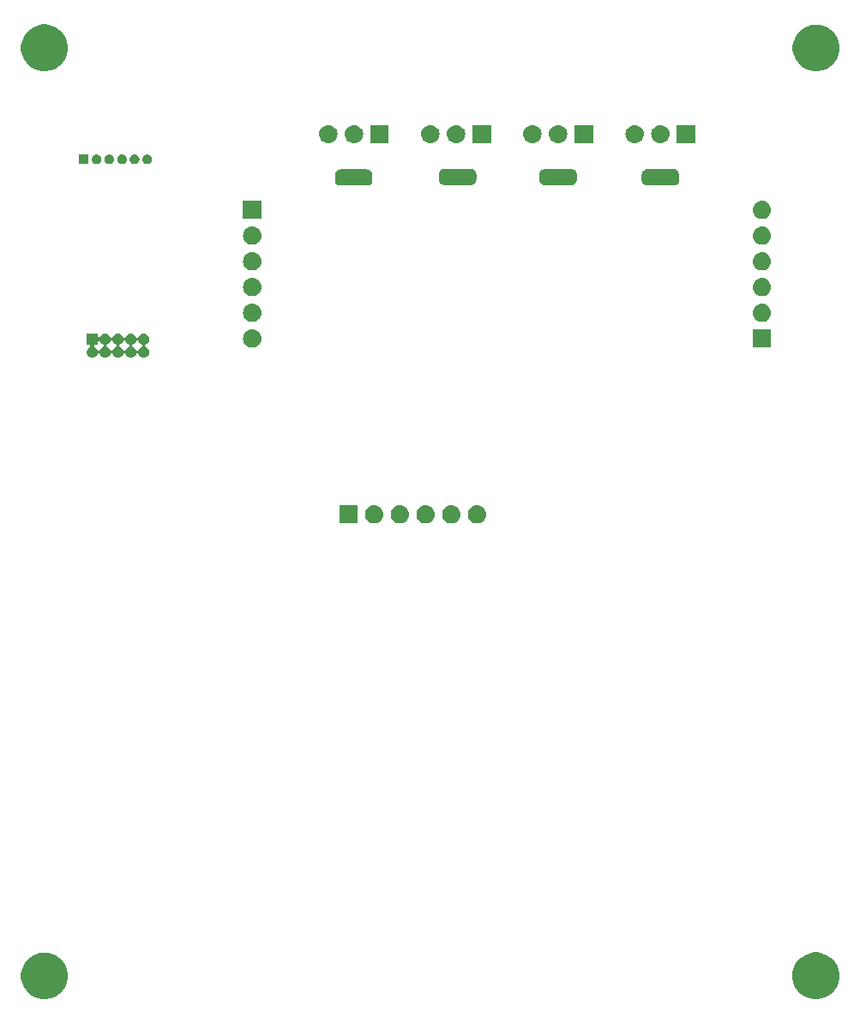
<source format=gbr>
G04 #@! TF.GenerationSoftware,KiCad,Pcbnew,(5.1.2)-2*
G04 #@! TF.CreationDate,2021-09-09T11:32:28-03:00*
G04 #@! TF.ProjectId,MAG_Plus,4d41475f-506c-4757-932e-6b696361645f,rev?*
G04 #@! TF.SameCoordinates,Original*
G04 #@! TF.FileFunction,Soldermask,Top*
G04 #@! TF.FilePolarity,Negative*
%FSLAX46Y46*%
G04 Gerber Fmt 4.6, Leading zero omitted, Abs format (unit mm)*
G04 Created by KiCad (PCBNEW (5.1.2)-2) date 2021-09-09 11:32:28*
%MOMM*%
%LPD*%
G04 APERTURE LIST*
%ADD10C,0.100000*%
G04 APERTURE END LIST*
D10*
G36*
X39648903Y-233573213D02*
G01*
X39871177Y-233617426D01*
X40289932Y-233790880D01*
X40666802Y-234042696D01*
X40987304Y-234363198D01*
X41239120Y-234740068D01*
X41412574Y-235158823D01*
X41501000Y-235603371D01*
X41501000Y-236056629D01*
X41412574Y-236501177D01*
X41239120Y-236919932D01*
X40987304Y-237296802D01*
X40666802Y-237617304D01*
X40289932Y-237869120D01*
X39871177Y-238042574D01*
X39648903Y-238086787D01*
X39426630Y-238131000D01*
X38973370Y-238131000D01*
X38751097Y-238086787D01*
X38528823Y-238042574D01*
X38110068Y-237869120D01*
X37733198Y-237617304D01*
X37412696Y-237296802D01*
X37160880Y-236919932D01*
X36987426Y-236501177D01*
X36899000Y-236056629D01*
X36899000Y-235603371D01*
X36987426Y-235158823D01*
X37160880Y-234740068D01*
X37412696Y-234363198D01*
X37733198Y-234042696D01*
X38110068Y-233790880D01*
X38528823Y-233617426D01*
X38751097Y-233573213D01*
X38973370Y-233529000D01*
X39426630Y-233529000D01*
X39648903Y-233573213D01*
X39648903Y-233573213D01*
G37*
G36*
X115838903Y-233563213D02*
G01*
X116061177Y-233607426D01*
X116479932Y-233780880D01*
X116856802Y-234032696D01*
X117177304Y-234353198D01*
X117429120Y-234730068D01*
X117602574Y-235148823D01*
X117691000Y-235593371D01*
X117691000Y-236046629D01*
X117602574Y-236491177D01*
X117429120Y-236909932D01*
X117177304Y-237286802D01*
X116856802Y-237607304D01*
X116479932Y-237859120D01*
X116061177Y-238032574D01*
X115838903Y-238076787D01*
X115616630Y-238121000D01*
X115163370Y-238121000D01*
X114941097Y-238076787D01*
X114718823Y-238032574D01*
X114300068Y-237859120D01*
X113923198Y-237607304D01*
X113602696Y-237286802D01*
X113350880Y-236909932D01*
X113177426Y-236491177D01*
X113089000Y-236046629D01*
X113089000Y-235593371D01*
X113177426Y-235148823D01*
X113350880Y-234730068D01*
X113602696Y-234353198D01*
X113923198Y-234032696D01*
X114300068Y-233780880D01*
X114718823Y-233607426D01*
X114941097Y-233563213D01*
X115163370Y-233519000D01*
X115616630Y-233519000D01*
X115838903Y-233563213D01*
X115838903Y-233563213D01*
G37*
G36*
X79500442Y-189375518D02*
G01*
X79566627Y-189382037D01*
X79736466Y-189433557D01*
X79892991Y-189517222D01*
X79928729Y-189546552D01*
X80030186Y-189629814D01*
X80113448Y-189731271D01*
X80142778Y-189767009D01*
X80226443Y-189923534D01*
X80277963Y-190093373D01*
X80295359Y-190270000D01*
X80277963Y-190446627D01*
X80226443Y-190616466D01*
X80142778Y-190772991D01*
X80113448Y-190808729D01*
X80030186Y-190910186D01*
X79928729Y-190993448D01*
X79892991Y-191022778D01*
X79736466Y-191106443D01*
X79566627Y-191157963D01*
X79500442Y-191164482D01*
X79434260Y-191171000D01*
X79345740Y-191171000D01*
X79279558Y-191164482D01*
X79213373Y-191157963D01*
X79043534Y-191106443D01*
X78887009Y-191022778D01*
X78851271Y-190993448D01*
X78749814Y-190910186D01*
X78666552Y-190808729D01*
X78637222Y-190772991D01*
X78553557Y-190616466D01*
X78502037Y-190446627D01*
X78484641Y-190270000D01*
X78502037Y-190093373D01*
X78553557Y-189923534D01*
X78637222Y-189767009D01*
X78666552Y-189731271D01*
X78749814Y-189629814D01*
X78851271Y-189546552D01*
X78887009Y-189517222D01*
X79043534Y-189433557D01*
X79213373Y-189382037D01*
X79279558Y-189375518D01*
X79345740Y-189369000D01*
X79434260Y-189369000D01*
X79500442Y-189375518D01*
X79500442Y-189375518D01*
G37*
G36*
X76960442Y-189375518D02*
G01*
X77026627Y-189382037D01*
X77196466Y-189433557D01*
X77352991Y-189517222D01*
X77388729Y-189546552D01*
X77490186Y-189629814D01*
X77573448Y-189731271D01*
X77602778Y-189767009D01*
X77686443Y-189923534D01*
X77737963Y-190093373D01*
X77755359Y-190270000D01*
X77737963Y-190446627D01*
X77686443Y-190616466D01*
X77602778Y-190772991D01*
X77573448Y-190808729D01*
X77490186Y-190910186D01*
X77388729Y-190993448D01*
X77352991Y-191022778D01*
X77196466Y-191106443D01*
X77026627Y-191157963D01*
X76960442Y-191164482D01*
X76894260Y-191171000D01*
X76805740Y-191171000D01*
X76739558Y-191164482D01*
X76673373Y-191157963D01*
X76503534Y-191106443D01*
X76347009Y-191022778D01*
X76311271Y-190993448D01*
X76209814Y-190910186D01*
X76126552Y-190808729D01*
X76097222Y-190772991D01*
X76013557Y-190616466D01*
X75962037Y-190446627D01*
X75944641Y-190270000D01*
X75962037Y-190093373D01*
X76013557Y-189923534D01*
X76097222Y-189767009D01*
X76126552Y-189731271D01*
X76209814Y-189629814D01*
X76311271Y-189546552D01*
X76347009Y-189517222D01*
X76503534Y-189433557D01*
X76673373Y-189382037D01*
X76739558Y-189375518D01*
X76805740Y-189369000D01*
X76894260Y-189369000D01*
X76960442Y-189375518D01*
X76960442Y-189375518D01*
G37*
G36*
X70131000Y-191171000D02*
G01*
X68329000Y-191171000D01*
X68329000Y-189369000D01*
X70131000Y-189369000D01*
X70131000Y-191171000D01*
X70131000Y-191171000D01*
G37*
G36*
X71880442Y-189375518D02*
G01*
X71946627Y-189382037D01*
X72116466Y-189433557D01*
X72272991Y-189517222D01*
X72308729Y-189546552D01*
X72410186Y-189629814D01*
X72493448Y-189731271D01*
X72522778Y-189767009D01*
X72606443Y-189923534D01*
X72657963Y-190093373D01*
X72675359Y-190270000D01*
X72657963Y-190446627D01*
X72606443Y-190616466D01*
X72522778Y-190772991D01*
X72493448Y-190808729D01*
X72410186Y-190910186D01*
X72308729Y-190993448D01*
X72272991Y-191022778D01*
X72116466Y-191106443D01*
X71946627Y-191157963D01*
X71880442Y-191164482D01*
X71814260Y-191171000D01*
X71725740Y-191171000D01*
X71659558Y-191164482D01*
X71593373Y-191157963D01*
X71423534Y-191106443D01*
X71267009Y-191022778D01*
X71231271Y-190993448D01*
X71129814Y-190910186D01*
X71046552Y-190808729D01*
X71017222Y-190772991D01*
X70933557Y-190616466D01*
X70882037Y-190446627D01*
X70864641Y-190270000D01*
X70882037Y-190093373D01*
X70933557Y-189923534D01*
X71017222Y-189767009D01*
X71046552Y-189731271D01*
X71129814Y-189629814D01*
X71231271Y-189546552D01*
X71267009Y-189517222D01*
X71423534Y-189433557D01*
X71593373Y-189382037D01*
X71659558Y-189375518D01*
X71725740Y-189369000D01*
X71814260Y-189369000D01*
X71880442Y-189375518D01*
X71880442Y-189375518D01*
G37*
G36*
X74420442Y-189375518D02*
G01*
X74486627Y-189382037D01*
X74656466Y-189433557D01*
X74812991Y-189517222D01*
X74848729Y-189546552D01*
X74950186Y-189629814D01*
X75033448Y-189731271D01*
X75062778Y-189767009D01*
X75146443Y-189923534D01*
X75197963Y-190093373D01*
X75215359Y-190270000D01*
X75197963Y-190446627D01*
X75146443Y-190616466D01*
X75062778Y-190772991D01*
X75033448Y-190808729D01*
X74950186Y-190910186D01*
X74848729Y-190993448D01*
X74812991Y-191022778D01*
X74656466Y-191106443D01*
X74486627Y-191157963D01*
X74420442Y-191164482D01*
X74354260Y-191171000D01*
X74265740Y-191171000D01*
X74199558Y-191164482D01*
X74133373Y-191157963D01*
X73963534Y-191106443D01*
X73807009Y-191022778D01*
X73771271Y-190993448D01*
X73669814Y-190910186D01*
X73586552Y-190808729D01*
X73557222Y-190772991D01*
X73473557Y-190616466D01*
X73422037Y-190446627D01*
X73404641Y-190270000D01*
X73422037Y-190093373D01*
X73473557Y-189923534D01*
X73557222Y-189767009D01*
X73586552Y-189731271D01*
X73669814Y-189629814D01*
X73771271Y-189546552D01*
X73807009Y-189517222D01*
X73963534Y-189433557D01*
X74133373Y-189382037D01*
X74199558Y-189375518D01*
X74265740Y-189369000D01*
X74354260Y-189369000D01*
X74420442Y-189375518D01*
X74420442Y-189375518D01*
G37*
G36*
X82040442Y-189375518D02*
G01*
X82106627Y-189382037D01*
X82276466Y-189433557D01*
X82432991Y-189517222D01*
X82468729Y-189546552D01*
X82570186Y-189629814D01*
X82653448Y-189731271D01*
X82682778Y-189767009D01*
X82766443Y-189923534D01*
X82817963Y-190093373D01*
X82835359Y-190270000D01*
X82817963Y-190446627D01*
X82766443Y-190616466D01*
X82682778Y-190772991D01*
X82653448Y-190808729D01*
X82570186Y-190910186D01*
X82468729Y-190993448D01*
X82432991Y-191022778D01*
X82276466Y-191106443D01*
X82106627Y-191157963D01*
X82040442Y-191164482D01*
X81974260Y-191171000D01*
X81885740Y-191171000D01*
X81819558Y-191164482D01*
X81753373Y-191157963D01*
X81583534Y-191106443D01*
X81427009Y-191022778D01*
X81391271Y-190993448D01*
X81289814Y-190910186D01*
X81206552Y-190808729D01*
X81177222Y-190772991D01*
X81093557Y-190616466D01*
X81042037Y-190446627D01*
X81024641Y-190270000D01*
X81042037Y-190093373D01*
X81093557Y-189923534D01*
X81177222Y-189767009D01*
X81206552Y-189731271D01*
X81289814Y-189629814D01*
X81391271Y-189546552D01*
X81427009Y-189517222D01*
X81583534Y-189433557D01*
X81753373Y-189382037D01*
X81819558Y-189375518D01*
X81885740Y-189369000D01*
X81974260Y-189369000D01*
X82040442Y-189375518D01*
X82040442Y-189375518D01*
G37*
G36*
X44491000Y-172657265D02*
G01*
X44493402Y-172681651D01*
X44500515Y-172705100D01*
X44512066Y-172726711D01*
X44527611Y-172745653D01*
X44546553Y-172761198D01*
X44568164Y-172772749D01*
X44591613Y-172779862D01*
X44615999Y-172782264D01*
X44640385Y-172779862D01*
X44663834Y-172772749D01*
X44685445Y-172761198D01*
X44704387Y-172745653D01*
X44719932Y-172726711D01*
X44726233Y-172716198D01*
X44749644Y-172672400D01*
X44818499Y-172588499D01*
X44836734Y-172573534D01*
X44902400Y-172519643D01*
X44970945Y-172483005D01*
X44998121Y-172468479D01*
X45101985Y-172436973D01*
X45182933Y-172429000D01*
X45237067Y-172429000D01*
X45318015Y-172436973D01*
X45421879Y-172468479D01*
X45449055Y-172483005D01*
X45517600Y-172519643D01*
X45601501Y-172588499D01*
X45670357Y-172672400D01*
X45706995Y-172740945D01*
X45721521Y-172768121D01*
X45725388Y-172780869D01*
X45734760Y-172803496D01*
X45748374Y-172823870D01*
X45765701Y-172841197D01*
X45786075Y-172854811D01*
X45808714Y-172864188D01*
X45832747Y-172868969D01*
X45857251Y-172868969D01*
X45881285Y-172864189D01*
X45903924Y-172854812D01*
X45924298Y-172841198D01*
X45941625Y-172823871D01*
X45955239Y-172803497D01*
X45964612Y-172780869D01*
X45968479Y-172768121D01*
X45983005Y-172740945D01*
X46019643Y-172672400D01*
X46088499Y-172588499D01*
X46172400Y-172519643D01*
X46240945Y-172483005D01*
X46268121Y-172468479D01*
X46371985Y-172436973D01*
X46452933Y-172429000D01*
X46507067Y-172429000D01*
X46588015Y-172436973D01*
X46691879Y-172468479D01*
X46719055Y-172483005D01*
X46787600Y-172519643D01*
X46871501Y-172588499D01*
X46940357Y-172672400D01*
X46976995Y-172740945D01*
X46991521Y-172768121D01*
X46995388Y-172780869D01*
X47004760Y-172803496D01*
X47018374Y-172823870D01*
X47035701Y-172841197D01*
X47056075Y-172854811D01*
X47078714Y-172864188D01*
X47102747Y-172868969D01*
X47127251Y-172868969D01*
X47151285Y-172864189D01*
X47173924Y-172854812D01*
X47194298Y-172841198D01*
X47211625Y-172823871D01*
X47225239Y-172803497D01*
X47234612Y-172780869D01*
X47238479Y-172768121D01*
X47253005Y-172740945D01*
X47289643Y-172672400D01*
X47358499Y-172588499D01*
X47442400Y-172519643D01*
X47510945Y-172483005D01*
X47538121Y-172468479D01*
X47641985Y-172436973D01*
X47722933Y-172429000D01*
X47777067Y-172429000D01*
X47858015Y-172436973D01*
X47961879Y-172468479D01*
X47989055Y-172483005D01*
X48057600Y-172519643D01*
X48141501Y-172588499D01*
X48210357Y-172672400D01*
X48246995Y-172740945D01*
X48261521Y-172768121D01*
X48265388Y-172780869D01*
X48274760Y-172803496D01*
X48288374Y-172823870D01*
X48305701Y-172841197D01*
X48326075Y-172854811D01*
X48348714Y-172864188D01*
X48372747Y-172868969D01*
X48397251Y-172868969D01*
X48421285Y-172864189D01*
X48443924Y-172854812D01*
X48464298Y-172841198D01*
X48481625Y-172823871D01*
X48495239Y-172803497D01*
X48504612Y-172780869D01*
X48508479Y-172768121D01*
X48523005Y-172740945D01*
X48559643Y-172672400D01*
X48628499Y-172588499D01*
X48712400Y-172519643D01*
X48780945Y-172483005D01*
X48808121Y-172468479D01*
X48911985Y-172436973D01*
X48992933Y-172429000D01*
X49047067Y-172429000D01*
X49128015Y-172436973D01*
X49231879Y-172468479D01*
X49259055Y-172483005D01*
X49327600Y-172519643D01*
X49411501Y-172588499D01*
X49480357Y-172672400D01*
X49516995Y-172740945D01*
X49531521Y-172768121D01*
X49563027Y-172871985D01*
X49573666Y-172980000D01*
X49563027Y-173088015D01*
X49531521Y-173191879D01*
X49531191Y-173192496D01*
X49480357Y-173287600D01*
X49411501Y-173371501D01*
X49327600Y-173440357D01*
X49259055Y-173476995D01*
X49231879Y-173491521D01*
X49219131Y-173495388D01*
X49196504Y-173504760D01*
X49176130Y-173518374D01*
X49158803Y-173535701D01*
X49145189Y-173556075D01*
X49135812Y-173578714D01*
X49131031Y-173602747D01*
X49131031Y-173627251D01*
X49135811Y-173651285D01*
X49145188Y-173673924D01*
X49158802Y-173694298D01*
X49176129Y-173711625D01*
X49196503Y-173725239D01*
X49219131Y-173734612D01*
X49231879Y-173738479D01*
X49258344Y-173752625D01*
X49327600Y-173789643D01*
X49411501Y-173858499D01*
X49480357Y-173942400D01*
X49516995Y-174010945D01*
X49531521Y-174038121D01*
X49563027Y-174141985D01*
X49573666Y-174250000D01*
X49563027Y-174358015D01*
X49531521Y-174461879D01*
X49531519Y-174461882D01*
X49480357Y-174557600D01*
X49411501Y-174641501D01*
X49327600Y-174710357D01*
X49259055Y-174746995D01*
X49231879Y-174761521D01*
X49128015Y-174793027D01*
X49047067Y-174801000D01*
X48992933Y-174801000D01*
X48911985Y-174793027D01*
X48808121Y-174761521D01*
X48780945Y-174746995D01*
X48712400Y-174710357D01*
X48628499Y-174641501D01*
X48559643Y-174557600D01*
X48508481Y-174461882D01*
X48508479Y-174461879D01*
X48504612Y-174449131D01*
X48495240Y-174426504D01*
X48481626Y-174406130D01*
X48464299Y-174388803D01*
X48443925Y-174375189D01*
X48421286Y-174365812D01*
X48397253Y-174361031D01*
X48372749Y-174361031D01*
X48348715Y-174365811D01*
X48326076Y-174375188D01*
X48305702Y-174388802D01*
X48288375Y-174406129D01*
X48274761Y-174426503D01*
X48265388Y-174449131D01*
X48261521Y-174461879D01*
X48261519Y-174461882D01*
X48210357Y-174557600D01*
X48141501Y-174641501D01*
X48057600Y-174710357D01*
X47989055Y-174746995D01*
X47961879Y-174761521D01*
X47858015Y-174793027D01*
X47777067Y-174801000D01*
X47722933Y-174801000D01*
X47641985Y-174793027D01*
X47538121Y-174761521D01*
X47510945Y-174746995D01*
X47442400Y-174710357D01*
X47358499Y-174641501D01*
X47289643Y-174557600D01*
X47238481Y-174461882D01*
X47238479Y-174461879D01*
X47234612Y-174449131D01*
X47225240Y-174426504D01*
X47211626Y-174406130D01*
X47194299Y-174388803D01*
X47173925Y-174375189D01*
X47151286Y-174365812D01*
X47127253Y-174361031D01*
X47102749Y-174361031D01*
X47078715Y-174365811D01*
X47056076Y-174375188D01*
X47035702Y-174388802D01*
X47018375Y-174406129D01*
X47004761Y-174426503D01*
X46995388Y-174449131D01*
X46991521Y-174461879D01*
X46991519Y-174461882D01*
X46940357Y-174557600D01*
X46871501Y-174641501D01*
X46787600Y-174710357D01*
X46719055Y-174746995D01*
X46691879Y-174761521D01*
X46588015Y-174793027D01*
X46507067Y-174801000D01*
X46452933Y-174801000D01*
X46371985Y-174793027D01*
X46268121Y-174761521D01*
X46240945Y-174746995D01*
X46172400Y-174710357D01*
X46088499Y-174641501D01*
X46019643Y-174557600D01*
X45968481Y-174461882D01*
X45968479Y-174461879D01*
X45964612Y-174449131D01*
X45955240Y-174426504D01*
X45941626Y-174406130D01*
X45924299Y-174388803D01*
X45903925Y-174375189D01*
X45881286Y-174365812D01*
X45857253Y-174361031D01*
X45832749Y-174361031D01*
X45808715Y-174365811D01*
X45786076Y-174375188D01*
X45765702Y-174388802D01*
X45748375Y-174406129D01*
X45734761Y-174426503D01*
X45725388Y-174449131D01*
X45721521Y-174461879D01*
X45721519Y-174461882D01*
X45670357Y-174557600D01*
X45601501Y-174641501D01*
X45517600Y-174710357D01*
X45449055Y-174746995D01*
X45421879Y-174761521D01*
X45318015Y-174793027D01*
X45237067Y-174801000D01*
X45182933Y-174801000D01*
X45101985Y-174793027D01*
X44998121Y-174761521D01*
X44970945Y-174746995D01*
X44902400Y-174710357D01*
X44818499Y-174641501D01*
X44749643Y-174557600D01*
X44698481Y-174461882D01*
X44698479Y-174461879D01*
X44694612Y-174449131D01*
X44685240Y-174426504D01*
X44671626Y-174406130D01*
X44654299Y-174388803D01*
X44633925Y-174375189D01*
X44611286Y-174365812D01*
X44587253Y-174361031D01*
X44562749Y-174361031D01*
X44538715Y-174365811D01*
X44516076Y-174375188D01*
X44495702Y-174388802D01*
X44478375Y-174406129D01*
X44464761Y-174426503D01*
X44455388Y-174449131D01*
X44451521Y-174461879D01*
X44451519Y-174461882D01*
X44400357Y-174557600D01*
X44331501Y-174641501D01*
X44247600Y-174710357D01*
X44179055Y-174746995D01*
X44151879Y-174761521D01*
X44048015Y-174793027D01*
X43967067Y-174801000D01*
X43912933Y-174801000D01*
X43831985Y-174793027D01*
X43728121Y-174761521D01*
X43700945Y-174746995D01*
X43632400Y-174710357D01*
X43548499Y-174641501D01*
X43479643Y-174557600D01*
X43428481Y-174461882D01*
X43428479Y-174461879D01*
X43396973Y-174358015D01*
X43386334Y-174250000D01*
X43396973Y-174141985D01*
X43428479Y-174038121D01*
X43443005Y-174010945D01*
X43479643Y-173942400D01*
X43548499Y-173858499D01*
X43632399Y-173789645D01*
X43632398Y-173789645D01*
X43632400Y-173789644D01*
X43676193Y-173766236D01*
X43696563Y-173752625D01*
X43713890Y-173735298D01*
X43727504Y-173714924D01*
X43736881Y-173692285D01*
X43741662Y-173668252D01*
X43741662Y-173655999D01*
X44137736Y-173655999D01*
X44140138Y-173680385D01*
X44147251Y-173703834D01*
X44158802Y-173725445D01*
X44174347Y-173744387D01*
X44193289Y-173759932D01*
X44203802Y-173766233D01*
X44247600Y-173789644D01*
X44247602Y-173789645D01*
X44247601Y-173789645D01*
X44331501Y-173858499D01*
X44400357Y-173942400D01*
X44436995Y-174010945D01*
X44451521Y-174038121D01*
X44455388Y-174050869D01*
X44464760Y-174073496D01*
X44478374Y-174093870D01*
X44495701Y-174111197D01*
X44516075Y-174124811D01*
X44538714Y-174134188D01*
X44562747Y-174138969D01*
X44587251Y-174138969D01*
X44611285Y-174134189D01*
X44633924Y-174124812D01*
X44654298Y-174111198D01*
X44671625Y-174093871D01*
X44685239Y-174073497D01*
X44694612Y-174050869D01*
X44698479Y-174038121D01*
X44713005Y-174010945D01*
X44749643Y-173942400D01*
X44818499Y-173858499D01*
X44902400Y-173789643D01*
X44971656Y-173752625D01*
X44998121Y-173738479D01*
X45010869Y-173734612D01*
X45033496Y-173725240D01*
X45053870Y-173711626D01*
X45071197Y-173694299D01*
X45084811Y-173673925D01*
X45094188Y-173651286D01*
X45098969Y-173627253D01*
X45098969Y-173602749D01*
X45098969Y-173602747D01*
X45321031Y-173602747D01*
X45321031Y-173627251D01*
X45325811Y-173651285D01*
X45335188Y-173673924D01*
X45348802Y-173694298D01*
X45366129Y-173711625D01*
X45386503Y-173725239D01*
X45409131Y-173734612D01*
X45421879Y-173738479D01*
X45448344Y-173752625D01*
X45517600Y-173789643D01*
X45601501Y-173858499D01*
X45670357Y-173942400D01*
X45706995Y-174010945D01*
X45721521Y-174038121D01*
X45725388Y-174050869D01*
X45734760Y-174073496D01*
X45748374Y-174093870D01*
X45765701Y-174111197D01*
X45786075Y-174124811D01*
X45808714Y-174134188D01*
X45832747Y-174138969D01*
X45857251Y-174138969D01*
X45881285Y-174134189D01*
X45903924Y-174124812D01*
X45924298Y-174111198D01*
X45941625Y-174093871D01*
X45955239Y-174073497D01*
X45964612Y-174050869D01*
X45968479Y-174038121D01*
X45983005Y-174010945D01*
X46019643Y-173942400D01*
X46088499Y-173858499D01*
X46172400Y-173789643D01*
X46241656Y-173752625D01*
X46268121Y-173738479D01*
X46280869Y-173734612D01*
X46303496Y-173725240D01*
X46323870Y-173711626D01*
X46341197Y-173694299D01*
X46354811Y-173673925D01*
X46364188Y-173651286D01*
X46368969Y-173627253D01*
X46368969Y-173602749D01*
X46368969Y-173602747D01*
X46591031Y-173602747D01*
X46591031Y-173627251D01*
X46595811Y-173651285D01*
X46605188Y-173673924D01*
X46618802Y-173694298D01*
X46636129Y-173711625D01*
X46656503Y-173725239D01*
X46679131Y-173734612D01*
X46691879Y-173738479D01*
X46718344Y-173752625D01*
X46787600Y-173789643D01*
X46871501Y-173858499D01*
X46940357Y-173942400D01*
X46976995Y-174010945D01*
X46991521Y-174038121D01*
X46995388Y-174050869D01*
X47004760Y-174073496D01*
X47018374Y-174093870D01*
X47035701Y-174111197D01*
X47056075Y-174124811D01*
X47078714Y-174134188D01*
X47102747Y-174138969D01*
X47127251Y-174138969D01*
X47151285Y-174134189D01*
X47173924Y-174124812D01*
X47194298Y-174111198D01*
X47211625Y-174093871D01*
X47225239Y-174073497D01*
X47234612Y-174050869D01*
X47238479Y-174038121D01*
X47253005Y-174010945D01*
X47289643Y-173942400D01*
X47358499Y-173858499D01*
X47442400Y-173789643D01*
X47511656Y-173752625D01*
X47538121Y-173738479D01*
X47550869Y-173734612D01*
X47573496Y-173725240D01*
X47593870Y-173711626D01*
X47611197Y-173694299D01*
X47624811Y-173673925D01*
X47634188Y-173651286D01*
X47638969Y-173627253D01*
X47638969Y-173602749D01*
X47638969Y-173602747D01*
X47861031Y-173602747D01*
X47861031Y-173627251D01*
X47865811Y-173651285D01*
X47875188Y-173673924D01*
X47888802Y-173694298D01*
X47906129Y-173711625D01*
X47926503Y-173725239D01*
X47949131Y-173734612D01*
X47961879Y-173738479D01*
X47988344Y-173752625D01*
X48057600Y-173789643D01*
X48141501Y-173858499D01*
X48210357Y-173942400D01*
X48246995Y-174010945D01*
X48261521Y-174038121D01*
X48265388Y-174050869D01*
X48274760Y-174073496D01*
X48288374Y-174093870D01*
X48305701Y-174111197D01*
X48326075Y-174124811D01*
X48348714Y-174134188D01*
X48372747Y-174138969D01*
X48397251Y-174138969D01*
X48421285Y-174134189D01*
X48443924Y-174124812D01*
X48464298Y-174111198D01*
X48481625Y-174093871D01*
X48495239Y-174073497D01*
X48504612Y-174050869D01*
X48508479Y-174038121D01*
X48523005Y-174010945D01*
X48559643Y-173942400D01*
X48628499Y-173858499D01*
X48712400Y-173789643D01*
X48781656Y-173752625D01*
X48808121Y-173738479D01*
X48820869Y-173734612D01*
X48843496Y-173725240D01*
X48863870Y-173711626D01*
X48881197Y-173694299D01*
X48894811Y-173673925D01*
X48904188Y-173651286D01*
X48908969Y-173627253D01*
X48908969Y-173602749D01*
X48904189Y-173578715D01*
X48894812Y-173556076D01*
X48881198Y-173535702D01*
X48863871Y-173518375D01*
X48843497Y-173504761D01*
X48820869Y-173495388D01*
X48808121Y-173491521D01*
X48780945Y-173476995D01*
X48712400Y-173440357D01*
X48628499Y-173371501D01*
X48559643Y-173287600D01*
X48508809Y-173192496D01*
X48508479Y-173191879D01*
X48504612Y-173179131D01*
X48495240Y-173156504D01*
X48481626Y-173136130D01*
X48464299Y-173118803D01*
X48443925Y-173105189D01*
X48421286Y-173095812D01*
X48397253Y-173091031D01*
X48372749Y-173091031D01*
X48348715Y-173095811D01*
X48326076Y-173105188D01*
X48305702Y-173118802D01*
X48288375Y-173136129D01*
X48274761Y-173156503D01*
X48265388Y-173179131D01*
X48261521Y-173191879D01*
X48261191Y-173192496D01*
X48210357Y-173287600D01*
X48141501Y-173371501D01*
X48057600Y-173440357D01*
X47989055Y-173476995D01*
X47961879Y-173491521D01*
X47949131Y-173495388D01*
X47926504Y-173504760D01*
X47906130Y-173518374D01*
X47888803Y-173535701D01*
X47875189Y-173556075D01*
X47865812Y-173578714D01*
X47861031Y-173602747D01*
X47638969Y-173602747D01*
X47634189Y-173578715D01*
X47624812Y-173556076D01*
X47611198Y-173535702D01*
X47593871Y-173518375D01*
X47573497Y-173504761D01*
X47550869Y-173495388D01*
X47538121Y-173491521D01*
X47510945Y-173476995D01*
X47442400Y-173440357D01*
X47358499Y-173371501D01*
X47289643Y-173287600D01*
X47238809Y-173192496D01*
X47238479Y-173191879D01*
X47234612Y-173179131D01*
X47225240Y-173156504D01*
X47211626Y-173136130D01*
X47194299Y-173118803D01*
X47173925Y-173105189D01*
X47151286Y-173095812D01*
X47127253Y-173091031D01*
X47102749Y-173091031D01*
X47078715Y-173095811D01*
X47056076Y-173105188D01*
X47035702Y-173118802D01*
X47018375Y-173136129D01*
X47004761Y-173156503D01*
X46995388Y-173179131D01*
X46991521Y-173191879D01*
X46991191Y-173192496D01*
X46940357Y-173287600D01*
X46871501Y-173371501D01*
X46787600Y-173440357D01*
X46719055Y-173476995D01*
X46691879Y-173491521D01*
X46679131Y-173495388D01*
X46656504Y-173504760D01*
X46636130Y-173518374D01*
X46618803Y-173535701D01*
X46605189Y-173556075D01*
X46595812Y-173578714D01*
X46591031Y-173602747D01*
X46368969Y-173602747D01*
X46364189Y-173578715D01*
X46354812Y-173556076D01*
X46341198Y-173535702D01*
X46323871Y-173518375D01*
X46303497Y-173504761D01*
X46280869Y-173495388D01*
X46268121Y-173491521D01*
X46240945Y-173476995D01*
X46172400Y-173440357D01*
X46088499Y-173371501D01*
X46019643Y-173287600D01*
X45968809Y-173192496D01*
X45968479Y-173191879D01*
X45964612Y-173179131D01*
X45955240Y-173156504D01*
X45941626Y-173136130D01*
X45924299Y-173118803D01*
X45903925Y-173105189D01*
X45881286Y-173095812D01*
X45857253Y-173091031D01*
X45832749Y-173091031D01*
X45808715Y-173095811D01*
X45786076Y-173105188D01*
X45765702Y-173118802D01*
X45748375Y-173136129D01*
X45734761Y-173156503D01*
X45725388Y-173179131D01*
X45721521Y-173191879D01*
X45721191Y-173192496D01*
X45670357Y-173287600D01*
X45601501Y-173371501D01*
X45517600Y-173440357D01*
X45449055Y-173476995D01*
X45421879Y-173491521D01*
X45409131Y-173495388D01*
X45386504Y-173504760D01*
X45366130Y-173518374D01*
X45348803Y-173535701D01*
X45335189Y-173556075D01*
X45325812Y-173578714D01*
X45321031Y-173602747D01*
X45098969Y-173602747D01*
X45094189Y-173578715D01*
X45084812Y-173556076D01*
X45071198Y-173535702D01*
X45053871Y-173518375D01*
X45033497Y-173504761D01*
X45010869Y-173495388D01*
X44998121Y-173491521D01*
X44970945Y-173476995D01*
X44902400Y-173440357D01*
X44818499Y-173371501D01*
X44749645Y-173287601D01*
X44749644Y-173287600D01*
X44726236Y-173243807D01*
X44712625Y-173223437D01*
X44695298Y-173206110D01*
X44674924Y-173192496D01*
X44652285Y-173183119D01*
X44628252Y-173178338D01*
X44603748Y-173178338D01*
X44579714Y-173183118D01*
X44557076Y-173192495D01*
X44536701Y-173206109D01*
X44519374Y-173223436D01*
X44505760Y-173243810D01*
X44496383Y-173266449D01*
X44491602Y-173290482D01*
X44491000Y-173302735D01*
X44491000Y-173531000D01*
X44262735Y-173531000D01*
X44238349Y-173533402D01*
X44214900Y-173540515D01*
X44193289Y-173552066D01*
X44174347Y-173567611D01*
X44158802Y-173586553D01*
X44147251Y-173608164D01*
X44140138Y-173631613D01*
X44137736Y-173655999D01*
X43741662Y-173655999D01*
X43741662Y-173643748D01*
X43736882Y-173619714D01*
X43727505Y-173597076D01*
X43713891Y-173576701D01*
X43696564Y-173559374D01*
X43676190Y-173545760D01*
X43653551Y-173536383D01*
X43629518Y-173531602D01*
X43617265Y-173531000D01*
X43389000Y-173531000D01*
X43389000Y-172429000D01*
X44491000Y-172429000D01*
X44491000Y-172657265D01*
X44491000Y-172657265D01*
G37*
G36*
X59830443Y-172025519D02*
G01*
X59896627Y-172032037D01*
X60066466Y-172083557D01*
X60222991Y-172167222D01*
X60258729Y-172196552D01*
X60360186Y-172279814D01*
X60443448Y-172381271D01*
X60472778Y-172417009D01*
X60556443Y-172573534D01*
X60607963Y-172743373D01*
X60625359Y-172920000D01*
X60607963Y-173096627D01*
X60556443Y-173266466D01*
X60472778Y-173422991D01*
X60458526Y-173440357D01*
X60360186Y-173560186D01*
X60258729Y-173643448D01*
X60222991Y-173672778D01*
X60066466Y-173756443D01*
X59896627Y-173807963D01*
X59830443Y-173814481D01*
X59764260Y-173821000D01*
X59675740Y-173821000D01*
X59609557Y-173814481D01*
X59543373Y-173807963D01*
X59373534Y-173756443D01*
X59217009Y-173672778D01*
X59181271Y-173643448D01*
X59079814Y-173560186D01*
X58981474Y-173440357D01*
X58967222Y-173422991D01*
X58883557Y-173266466D01*
X58832037Y-173096627D01*
X58814641Y-172920000D01*
X58832037Y-172743373D01*
X58883557Y-172573534D01*
X58967222Y-172417009D01*
X58996552Y-172381271D01*
X59079814Y-172279814D01*
X59181271Y-172196552D01*
X59217009Y-172167222D01*
X59373534Y-172083557D01*
X59543373Y-172032037D01*
X59609557Y-172025519D01*
X59675740Y-172019000D01*
X59764260Y-172019000D01*
X59830443Y-172025519D01*
X59830443Y-172025519D01*
G37*
G36*
X110961000Y-173811000D02*
G01*
X109159000Y-173811000D01*
X109159000Y-172009000D01*
X110961000Y-172009000D01*
X110961000Y-173811000D01*
X110961000Y-173811000D01*
G37*
G36*
X59830442Y-169485518D02*
G01*
X59896627Y-169492037D01*
X60066466Y-169543557D01*
X60222991Y-169627222D01*
X60258729Y-169656552D01*
X60360186Y-169739814D01*
X60443448Y-169841271D01*
X60472778Y-169877009D01*
X60556443Y-170033534D01*
X60607963Y-170203373D01*
X60625359Y-170380000D01*
X60607963Y-170556627D01*
X60556443Y-170726466D01*
X60472778Y-170882991D01*
X60443448Y-170918729D01*
X60360186Y-171020186D01*
X60258729Y-171103448D01*
X60222991Y-171132778D01*
X60222989Y-171132779D01*
X60085177Y-171206442D01*
X60066466Y-171216443D01*
X59896627Y-171267963D01*
X59830443Y-171274481D01*
X59764260Y-171281000D01*
X59675740Y-171281000D01*
X59609557Y-171274481D01*
X59543373Y-171267963D01*
X59373534Y-171216443D01*
X59354824Y-171206442D01*
X59217011Y-171132779D01*
X59217009Y-171132778D01*
X59181271Y-171103448D01*
X59079814Y-171020186D01*
X58996552Y-170918729D01*
X58967222Y-170882991D01*
X58883557Y-170726466D01*
X58832037Y-170556627D01*
X58814641Y-170380000D01*
X58832037Y-170203373D01*
X58883557Y-170033534D01*
X58967222Y-169877009D01*
X58996552Y-169841271D01*
X59079814Y-169739814D01*
X59181271Y-169656552D01*
X59217009Y-169627222D01*
X59373534Y-169543557D01*
X59543373Y-169492037D01*
X59609558Y-169485518D01*
X59675740Y-169479000D01*
X59764260Y-169479000D01*
X59830442Y-169485518D01*
X59830442Y-169485518D01*
G37*
G36*
X110170442Y-169475518D02*
G01*
X110236627Y-169482037D01*
X110406466Y-169533557D01*
X110406468Y-169533558D01*
X110484728Y-169575389D01*
X110562991Y-169617222D01*
X110598729Y-169646552D01*
X110700186Y-169729814D01*
X110783448Y-169831271D01*
X110812778Y-169867009D01*
X110896443Y-170023534D01*
X110947963Y-170193373D01*
X110965359Y-170370000D01*
X110947963Y-170546627D01*
X110896443Y-170716466D01*
X110812778Y-170872991D01*
X110804571Y-170882991D01*
X110700186Y-171010186D01*
X110598729Y-171093448D01*
X110562991Y-171122778D01*
X110406466Y-171206443D01*
X110236627Y-171257963D01*
X110170442Y-171264482D01*
X110104260Y-171271000D01*
X110015740Y-171271000D01*
X109949558Y-171264482D01*
X109883373Y-171257963D01*
X109713534Y-171206443D01*
X109557009Y-171122778D01*
X109521271Y-171093448D01*
X109419814Y-171010186D01*
X109315429Y-170882991D01*
X109307222Y-170872991D01*
X109223557Y-170716466D01*
X109172037Y-170546627D01*
X109154641Y-170370000D01*
X109172037Y-170193373D01*
X109223557Y-170023534D01*
X109307222Y-169867009D01*
X109336552Y-169831271D01*
X109419814Y-169729814D01*
X109521271Y-169646552D01*
X109557009Y-169617222D01*
X109635272Y-169575389D01*
X109713532Y-169533558D01*
X109713534Y-169533557D01*
X109883373Y-169482037D01*
X109949558Y-169475518D01*
X110015740Y-169469000D01*
X110104260Y-169469000D01*
X110170442Y-169475518D01*
X110170442Y-169475518D01*
G37*
G36*
X59830443Y-166945519D02*
G01*
X59896627Y-166952037D01*
X60066466Y-167003557D01*
X60222991Y-167087222D01*
X60258729Y-167116552D01*
X60360186Y-167199814D01*
X60443448Y-167301271D01*
X60472778Y-167337009D01*
X60556443Y-167493534D01*
X60607963Y-167663373D01*
X60625359Y-167840000D01*
X60607963Y-168016627D01*
X60556443Y-168186466D01*
X60472778Y-168342991D01*
X60443448Y-168378729D01*
X60360186Y-168480186D01*
X60258729Y-168563448D01*
X60222991Y-168592778D01*
X60222989Y-168592779D01*
X60085177Y-168666442D01*
X60066466Y-168676443D01*
X59896627Y-168727963D01*
X59830443Y-168734481D01*
X59764260Y-168741000D01*
X59675740Y-168741000D01*
X59609557Y-168734481D01*
X59543373Y-168727963D01*
X59373534Y-168676443D01*
X59354824Y-168666442D01*
X59217011Y-168592779D01*
X59217009Y-168592778D01*
X59181271Y-168563448D01*
X59079814Y-168480186D01*
X58996552Y-168378729D01*
X58967222Y-168342991D01*
X58883557Y-168186466D01*
X58832037Y-168016627D01*
X58814641Y-167840000D01*
X58832037Y-167663373D01*
X58883557Y-167493534D01*
X58967222Y-167337009D01*
X58996552Y-167301271D01*
X59079814Y-167199814D01*
X59181271Y-167116552D01*
X59217009Y-167087222D01*
X59373534Y-167003557D01*
X59543373Y-166952037D01*
X59609557Y-166945519D01*
X59675740Y-166939000D01*
X59764260Y-166939000D01*
X59830443Y-166945519D01*
X59830443Y-166945519D01*
G37*
G36*
X110170443Y-166935519D02*
G01*
X110236627Y-166942037D01*
X110406466Y-166993557D01*
X110406468Y-166993558D01*
X110484729Y-167035390D01*
X110562991Y-167077222D01*
X110598729Y-167106552D01*
X110700186Y-167189814D01*
X110783448Y-167291271D01*
X110812778Y-167327009D01*
X110896443Y-167483534D01*
X110947963Y-167653373D01*
X110965359Y-167830000D01*
X110947963Y-168006627D01*
X110896443Y-168176466D01*
X110812778Y-168332991D01*
X110804571Y-168342991D01*
X110700186Y-168470186D01*
X110598729Y-168553448D01*
X110562991Y-168582778D01*
X110406466Y-168666443D01*
X110236627Y-168717963D01*
X110170442Y-168724482D01*
X110104260Y-168731000D01*
X110015740Y-168731000D01*
X109949558Y-168724482D01*
X109883373Y-168717963D01*
X109713534Y-168666443D01*
X109557009Y-168582778D01*
X109521271Y-168553448D01*
X109419814Y-168470186D01*
X109315429Y-168342991D01*
X109307222Y-168332991D01*
X109223557Y-168176466D01*
X109172037Y-168006627D01*
X109154641Y-167830000D01*
X109172037Y-167653373D01*
X109223557Y-167483534D01*
X109307222Y-167327009D01*
X109336552Y-167291271D01*
X109419814Y-167189814D01*
X109521271Y-167106552D01*
X109557009Y-167077222D01*
X109635271Y-167035390D01*
X109713532Y-166993558D01*
X109713534Y-166993557D01*
X109883373Y-166942037D01*
X109949557Y-166935519D01*
X110015740Y-166929000D01*
X110104260Y-166929000D01*
X110170443Y-166935519D01*
X110170443Y-166935519D01*
G37*
G36*
X59830442Y-164405518D02*
G01*
X59896627Y-164412037D01*
X60066466Y-164463557D01*
X60222991Y-164547222D01*
X60258729Y-164576552D01*
X60360186Y-164659814D01*
X60443448Y-164761271D01*
X60472778Y-164797009D01*
X60556443Y-164953534D01*
X60607963Y-165123373D01*
X60625359Y-165300000D01*
X60607963Y-165476627D01*
X60556443Y-165646466D01*
X60472778Y-165802991D01*
X60443448Y-165838729D01*
X60360186Y-165940186D01*
X60258729Y-166023448D01*
X60222991Y-166052778D01*
X60222989Y-166052779D01*
X60085177Y-166126442D01*
X60066466Y-166136443D01*
X59896627Y-166187963D01*
X59830442Y-166194482D01*
X59764260Y-166201000D01*
X59675740Y-166201000D01*
X59609558Y-166194482D01*
X59543373Y-166187963D01*
X59373534Y-166136443D01*
X59354824Y-166126442D01*
X59217011Y-166052779D01*
X59217009Y-166052778D01*
X59181271Y-166023448D01*
X59079814Y-165940186D01*
X58996552Y-165838729D01*
X58967222Y-165802991D01*
X58883557Y-165646466D01*
X58832037Y-165476627D01*
X58814641Y-165300000D01*
X58832037Y-165123373D01*
X58883557Y-164953534D01*
X58967222Y-164797009D01*
X58996552Y-164761271D01*
X59079814Y-164659814D01*
X59181271Y-164576552D01*
X59217009Y-164547222D01*
X59373534Y-164463557D01*
X59543373Y-164412037D01*
X59609558Y-164405518D01*
X59675740Y-164399000D01*
X59764260Y-164399000D01*
X59830442Y-164405518D01*
X59830442Y-164405518D01*
G37*
G36*
X110170443Y-164395519D02*
G01*
X110236627Y-164402037D01*
X110406466Y-164453557D01*
X110406468Y-164453558D01*
X110484728Y-164495389D01*
X110562991Y-164537222D01*
X110598729Y-164566552D01*
X110700186Y-164649814D01*
X110783448Y-164751271D01*
X110812778Y-164787009D01*
X110896443Y-164943534D01*
X110947963Y-165113373D01*
X110965359Y-165290000D01*
X110947963Y-165466627D01*
X110896443Y-165636466D01*
X110812778Y-165792991D01*
X110804571Y-165802991D01*
X110700186Y-165930186D01*
X110598729Y-166013448D01*
X110562991Y-166042778D01*
X110406466Y-166126443D01*
X110236627Y-166177963D01*
X110170443Y-166184481D01*
X110104260Y-166191000D01*
X110015740Y-166191000D01*
X109949557Y-166184481D01*
X109883373Y-166177963D01*
X109713534Y-166126443D01*
X109557009Y-166042778D01*
X109521271Y-166013448D01*
X109419814Y-165930186D01*
X109315429Y-165802991D01*
X109307222Y-165792991D01*
X109223557Y-165636466D01*
X109172037Y-165466627D01*
X109154641Y-165290000D01*
X109172037Y-165113373D01*
X109223557Y-164943534D01*
X109307222Y-164787009D01*
X109336552Y-164751271D01*
X109419814Y-164649814D01*
X109521271Y-164566552D01*
X109557009Y-164537222D01*
X109635272Y-164495389D01*
X109713532Y-164453558D01*
X109713534Y-164453557D01*
X109883373Y-164402037D01*
X109949557Y-164395519D01*
X110015740Y-164389000D01*
X110104260Y-164389000D01*
X110170443Y-164395519D01*
X110170443Y-164395519D01*
G37*
G36*
X59830442Y-161865518D02*
G01*
X59896627Y-161872037D01*
X60066466Y-161923557D01*
X60222991Y-162007222D01*
X60258729Y-162036552D01*
X60360186Y-162119814D01*
X60443448Y-162221271D01*
X60472778Y-162257009D01*
X60556443Y-162413534D01*
X60607963Y-162583373D01*
X60625359Y-162760000D01*
X60607963Y-162936627D01*
X60556443Y-163106466D01*
X60472778Y-163262991D01*
X60443448Y-163298729D01*
X60360186Y-163400186D01*
X60258729Y-163483448D01*
X60222991Y-163512778D01*
X60222989Y-163512779D01*
X60085177Y-163586442D01*
X60066466Y-163596443D01*
X59896627Y-163647963D01*
X59830442Y-163654482D01*
X59764260Y-163661000D01*
X59675740Y-163661000D01*
X59609558Y-163654482D01*
X59543373Y-163647963D01*
X59373534Y-163596443D01*
X59354824Y-163586442D01*
X59217011Y-163512779D01*
X59217009Y-163512778D01*
X59181271Y-163483448D01*
X59079814Y-163400186D01*
X58996552Y-163298729D01*
X58967222Y-163262991D01*
X58883557Y-163106466D01*
X58832037Y-162936627D01*
X58814641Y-162760000D01*
X58832037Y-162583373D01*
X58883557Y-162413534D01*
X58967222Y-162257009D01*
X58996552Y-162221271D01*
X59079814Y-162119814D01*
X59181271Y-162036552D01*
X59217009Y-162007222D01*
X59373534Y-161923557D01*
X59543373Y-161872037D01*
X59609558Y-161865518D01*
X59675740Y-161859000D01*
X59764260Y-161859000D01*
X59830442Y-161865518D01*
X59830442Y-161865518D01*
G37*
G36*
X110170443Y-161855519D02*
G01*
X110236627Y-161862037D01*
X110406466Y-161913557D01*
X110406468Y-161913558D01*
X110484729Y-161955390D01*
X110562991Y-161997222D01*
X110598729Y-162026552D01*
X110700186Y-162109814D01*
X110783448Y-162211271D01*
X110812778Y-162247009D01*
X110896443Y-162403534D01*
X110947963Y-162573373D01*
X110965359Y-162750000D01*
X110947963Y-162926627D01*
X110896443Y-163096466D01*
X110812778Y-163252991D01*
X110804571Y-163262991D01*
X110700186Y-163390186D01*
X110598729Y-163473448D01*
X110562991Y-163502778D01*
X110406466Y-163586443D01*
X110236627Y-163637963D01*
X110170443Y-163644481D01*
X110104260Y-163651000D01*
X110015740Y-163651000D01*
X109949557Y-163644481D01*
X109883373Y-163637963D01*
X109713534Y-163586443D01*
X109557009Y-163502778D01*
X109521271Y-163473448D01*
X109419814Y-163390186D01*
X109315429Y-163262991D01*
X109307222Y-163252991D01*
X109223557Y-163096466D01*
X109172037Y-162926627D01*
X109154641Y-162750000D01*
X109172037Y-162573373D01*
X109223557Y-162403534D01*
X109307222Y-162247009D01*
X109336552Y-162211271D01*
X109419814Y-162109814D01*
X109521271Y-162026552D01*
X109557009Y-161997222D01*
X109635271Y-161955390D01*
X109713532Y-161913558D01*
X109713534Y-161913557D01*
X109883373Y-161862037D01*
X109949557Y-161855519D01*
X110015740Y-161849000D01*
X110104260Y-161849000D01*
X110170443Y-161855519D01*
X110170443Y-161855519D01*
G37*
G36*
X60621000Y-161121000D02*
G01*
X58819000Y-161121000D01*
X58819000Y-159319000D01*
X60621000Y-159319000D01*
X60621000Y-161121000D01*
X60621000Y-161121000D01*
G37*
G36*
X110170442Y-159315518D02*
G01*
X110236627Y-159322037D01*
X110406466Y-159373557D01*
X110562991Y-159457222D01*
X110598729Y-159486552D01*
X110700186Y-159569814D01*
X110783448Y-159671271D01*
X110812778Y-159707009D01*
X110896443Y-159863534D01*
X110947963Y-160033373D01*
X110965359Y-160210000D01*
X110947963Y-160386627D01*
X110896443Y-160556466D01*
X110812778Y-160712991D01*
X110783448Y-160748729D01*
X110700186Y-160850186D01*
X110598729Y-160933448D01*
X110562991Y-160962778D01*
X110406466Y-161046443D01*
X110236627Y-161097963D01*
X110170443Y-161104481D01*
X110104260Y-161111000D01*
X110015740Y-161111000D01*
X109949557Y-161104481D01*
X109883373Y-161097963D01*
X109713534Y-161046443D01*
X109557009Y-160962778D01*
X109521271Y-160933448D01*
X109419814Y-160850186D01*
X109336552Y-160748729D01*
X109307222Y-160712991D01*
X109223557Y-160556466D01*
X109172037Y-160386627D01*
X109154641Y-160210000D01*
X109172037Y-160033373D01*
X109223557Y-159863534D01*
X109307222Y-159707009D01*
X109336552Y-159671271D01*
X109419814Y-159569814D01*
X109521271Y-159486552D01*
X109557009Y-159457222D01*
X109713534Y-159373557D01*
X109883373Y-159322037D01*
X109949558Y-159315518D01*
X110015740Y-159309000D01*
X110104260Y-159309000D01*
X110170442Y-159315518D01*
X110170442Y-159315518D01*
G37*
G36*
X69009999Y-156219737D02*
G01*
X69024528Y-156224145D01*
X69037711Y-156229606D01*
X69061745Y-156234388D01*
X69086249Y-156234389D01*
X69110282Y-156229609D01*
X69132921Y-156220232D01*
X69134765Y-156219000D01*
X70366050Y-156219000D01*
X70378164Y-156225475D01*
X70401613Y-156232588D01*
X70425999Y-156234990D01*
X70450385Y-156232588D01*
X70473834Y-156225475D01*
X70478746Y-156223152D01*
X70490001Y-156219737D01*
X70506140Y-156218148D01*
X71043861Y-156218148D01*
X71062199Y-156219954D01*
X71074450Y-156220556D01*
X71092869Y-156220556D01*
X71115149Y-156222750D01*
X71199233Y-156239476D01*
X71220660Y-156245976D01*
X71299858Y-156278780D01*
X71305303Y-156281691D01*
X71305309Y-156281693D01*
X71314169Y-156286429D01*
X71314173Y-156286432D01*
X71319614Y-156289340D01*
X71390899Y-156336971D01*
X71408204Y-156351172D01*
X71468828Y-156411796D01*
X71483029Y-156429101D01*
X71530660Y-156500386D01*
X71533568Y-156505827D01*
X71533571Y-156505831D01*
X71538307Y-156514691D01*
X71538309Y-156514697D01*
X71541220Y-156520142D01*
X71574024Y-156599340D01*
X71580524Y-156620767D01*
X71597250Y-156704851D01*
X71599444Y-156727131D01*
X71599444Y-156745550D01*
X71600046Y-156757801D01*
X71601852Y-156776139D01*
X71601852Y-157263862D01*
X71600046Y-157282199D01*
X71599444Y-157294450D01*
X71599444Y-157312869D01*
X71597250Y-157335149D01*
X71580524Y-157419233D01*
X71574024Y-157440660D01*
X71541220Y-157519858D01*
X71538309Y-157525303D01*
X71538307Y-157525309D01*
X71533571Y-157534169D01*
X71533568Y-157534173D01*
X71530660Y-157539614D01*
X71483029Y-157610899D01*
X71468828Y-157628204D01*
X71408204Y-157688828D01*
X71390899Y-157703029D01*
X71319614Y-157750660D01*
X71314173Y-157753568D01*
X71314169Y-157753571D01*
X71305309Y-157758307D01*
X71305303Y-157758309D01*
X71299858Y-157761220D01*
X71220660Y-157794024D01*
X71199233Y-157800524D01*
X71115149Y-157817250D01*
X71092869Y-157819444D01*
X71074450Y-157819444D01*
X71062199Y-157820046D01*
X71043862Y-157821852D01*
X70506140Y-157821852D01*
X70490001Y-157820263D01*
X70475472Y-157815855D01*
X70462289Y-157810394D01*
X70438255Y-157805612D01*
X70413751Y-157805611D01*
X70389718Y-157810391D01*
X70367079Y-157819768D01*
X70365235Y-157821000D01*
X69133950Y-157821000D01*
X69121836Y-157814525D01*
X69098387Y-157807412D01*
X69074001Y-157805010D01*
X69049615Y-157807412D01*
X69026166Y-157814525D01*
X69021254Y-157816848D01*
X69009999Y-157820263D01*
X68993860Y-157821852D01*
X68456138Y-157821852D01*
X68437801Y-157820046D01*
X68425550Y-157819444D01*
X68407131Y-157819444D01*
X68384851Y-157817250D01*
X68300767Y-157800524D01*
X68279340Y-157794024D01*
X68200142Y-157761220D01*
X68194697Y-157758309D01*
X68194691Y-157758307D01*
X68185831Y-157753571D01*
X68185827Y-157753568D01*
X68180386Y-157750660D01*
X68109101Y-157703029D01*
X68091796Y-157688828D01*
X68031172Y-157628204D01*
X68016971Y-157610899D01*
X67969340Y-157539614D01*
X67966432Y-157534173D01*
X67966429Y-157534169D01*
X67961693Y-157525309D01*
X67961691Y-157525303D01*
X67958780Y-157519858D01*
X67925976Y-157440660D01*
X67919476Y-157419233D01*
X67902750Y-157335149D01*
X67900556Y-157312869D01*
X67900556Y-157294450D01*
X67899954Y-157282199D01*
X67898148Y-157263862D01*
X67898148Y-156776139D01*
X67899954Y-156757801D01*
X67900556Y-156745550D01*
X67900556Y-156727131D01*
X67902750Y-156704851D01*
X67919476Y-156620767D01*
X67925976Y-156599340D01*
X67958780Y-156520142D01*
X67961691Y-156514697D01*
X67961693Y-156514691D01*
X67966429Y-156505831D01*
X67966432Y-156505827D01*
X67969340Y-156500386D01*
X68016971Y-156429101D01*
X68031172Y-156411796D01*
X68091796Y-156351172D01*
X68109101Y-156336971D01*
X68180386Y-156289340D01*
X68185827Y-156286432D01*
X68185831Y-156286429D01*
X68194691Y-156281693D01*
X68194697Y-156281691D01*
X68200142Y-156278780D01*
X68279340Y-156245976D01*
X68300767Y-156239476D01*
X68384851Y-156222750D01*
X68407131Y-156220556D01*
X68425550Y-156220556D01*
X68437801Y-156219954D01*
X68456139Y-156218148D01*
X68993860Y-156218148D01*
X69009999Y-156219737D01*
X69009999Y-156219737D01*
G37*
G36*
X99299999Y-156189737D02*
G01*
X99314528Y-156194145D01*
X99327711Y-156199606D01*
X99351745Y-156204388D01*
X99376249Y-156204389D01*
X99400282Y-156199609D01*
X99422921Y-156190232D01*
X99424765Y-156189000D01*
X100656050Y-156189000D01*
X100668164Y-156195475D01*
X100691613Y-156202588D01*
X100715999Y-156204990D01*
X100740385Y-156202588D01*
X100763834Y-156195475D01*
X100768746Y-156193152D01*
X100780001Y-156189737D01*
X100796140Y-156188148D01*
X101333861Y-156188148D01*
X101352199Y-156189954D01*
X101364450Y-156190556D01*
X101382869Y-156190556D01*
X101405149Y-156192750D01*
X101489233Y-156209476D01*
X101510660Y-156215976D01*
X101589858Y-156248780D01*
X101595303Y-156251691D01*
X101595309Y-156251693D01*
X101604169Y-156256429D01*
X101604173Y-156256432D01*
X101609614Y-156259340D01*
X101680899Y-156306971D01*
X101698204Y-156321172D01*
X101758828Y-156381796D01*
X101773029Y-156399101D01*
X101820660Y-156470386D01*
X101823568Y-156475827D01*
X101823571Y-156475831D01*
X101828307Y-156484691D01*
X101828309Y-156484697D01*
X101831220Y-156490142D01*
X101864024Y-156569340D01*
X101870524Y-156590767D01*
X101887250Y-156674851D01*
X101889444Y-156697131D01*
X101889444Y-156715550D01*
X101890046Y-156727801D01*
X101891852Y-156746139D01*
X101891852Y-157233861D01*
X101890046Y-157252199D01*
X101889444Y-157264450D01*
X101889444Y-157282869D01*
X101887250Y-157305149D01*
X101870524Y-157389233D01*
X101864024Y-157410660D01*
X101831220Y-157489858D01*
X101828309Y-157495303D01*
X101828307Y-157495309D01*
X101823571Y-157504169D01*
X101823568Y-157504173D01*
X101820660Y-157509614D01*
X101773029Y-157580899D01*
X101758828Y-157598204D01*
X101698204Y-157658828D01*
X101680899Y-157673029D01*
X101609614Y-157720660D01*
X101604173Y-157723568D01*
X101604169Y-157723571D01*
X101595309Y-157728307D01*
X101595303Y-157728309D01*
X101589858Y-157731220D01*
X101510660Y-157764024D01*
X101489233Y-157770524D01*
X101405149Y-157787250D01*
X101382869Y-157789444D01*
X101364450Y-157789444D01*
X101352199Y-157790046D01*
X101333862Y-157791852D01*
X100796140Y-157791852D01*
X100780001Y-157790263D01*
X100765472Y-157785855D01*
X100752289Y-157780394D01*
X100728255Y-157775612D01*
X100703751Y-157775611D01*
X100679718Y-157780391D01*
X100657079Y-157789768D01*
X100655235Y-157791000D01*
X99423950Y-157791000D01*
X99411836Y-157784525D01*
X99388387Y-157777412D01*
X99364001Y-157775010D01*
X99339615Y-157777412D01*
X99316166Y-157784525D01*
X99311254Y-157786848D01*
X99299999Y-157790263D01*
X99283860Y-157791852D01*
X98746138Y-157791852D01*
X98727801Y-157790046D01*
X98715550Y-157789444D01*
X98697131Y-157789444D01*
X98674851Y-157787250D01*
X98590767Y-157770524D01*
X98569340Y-157764024D01*
X98490142Y-157731220D01*
X98484697Y-157728309D01*
X98484691Y-157728307D01*
X98475831Y-157723571D01*
X98475827Y-157723568D01*
X98470386Y-157720660D01*
X98399101Y-157673029D01*
X98381796Y-157658828D01*
X98321172Y-157598204D01*
X98306971Y-157580899D01*
X98259340Y-157509614D01*
X98256432Y-157504173D01*
X98256429Y-157504169D01*
X98251693Y-157495309D01*
X98251691Y-157495303D01*
X98248780Y-157489858D01*
X98215976Y-157410660D01*
X98209476Y-157389233D01*
X98192750Y-157305149D01*
X98190556Y-157282869D01*
X98190556Y-157264450D01*
X98189954Y-157252199D01*
X98188148Y-157233862D01*
X98188148Y-156746138D01*
X98189954Y-156727801D01*
X98190556Y-156715550D01*
X98190556Y-156697131D01*
X98192750Y-156674851D01*
X98209476Y-156590767D01*
X98215976Y-156569340D01*
X98248780Y-156490142D01*
X98251691Y-156484697D01*
X98251693Y-156484691D01*
X98256429Y-156475831D01*
X98256432Y-156475827D01*
X98259340Y-156470386D01*
X98306971Y-156399101D01*
X98321172Y-156381796D01*
X98381796Y-156321172D01*
X98399101Y-156306971D01*
X98470386Y-156259340D01*
X98475827Y-156256432D01*
X98475831Y-156256429D01*
X98484691Y-156251693D01*
X98484697Y-156251691D01*
X98490142Y-156248780D01*
X98569340Y-156215976D01*
X98590767Y-156209476D01*
X98674851Y-156192750D01*
X98697131Y-156190556D01*
X98715550Y-156190556D01*
X98727801Y-156189954D01*
X98746139Y-156188148D01*
X99283860Y-156188148D01*
X99299999Y-156189737D01*
X99299999Y-156189737D01*
G37*
G36*
X89199999Y-156169737D02*
G01*
X89214528Y-156174145D01*
X89227711Y-156179606D01*
X89251745Y-156184388D01*
X89276249Y-156184389D01*
X89300282Y-156179609D01*
X89322921Y-156170232D01*
X89324765Y-156169000D01*
X90556050Y-156169000D01*
X90568164Y-156175475D01*
X90591613Y-156182588D01*
X90615999Y-156184990D01*
X90640385Y-156182588D01*
X90663834Y-156175475D01*
X90668746Y-156173152D01*
X90680001Y-156169737D01*
X90696140Y-156168148D01*
X91233861Y-156168148D01*
X91252199Y-156169954D01*
X91264450Y-156170556D01*
X91282869Y-156170556D01*
X91305149Y-156172750D01*
X91389233Y-156189476D01*
X91410660Y-156195976D01*
X91489858Y-156228780D01*
X91495303Y-156231691D01*
X91495309Y-156231693D01*
X91504169Y-156236429D01*
X91504173Y-156236432D01*
X91509614Y-156239340D01*
X91580899Y-156286971D01*
X91598204Y-156301172D01*
X91658828Y-156361796D01*
X91673029Y-156379101D01*
X91720660Y-156450386D01*
X91723568Y-156455827D01*
X91723571Y-156455831D01*
X91728307Y-156464691D01*
X91728309Y-156464697D01*
X91731220Y-156470142D01*
X91764024Y-156549340D01*
X91770524Y-156570767D01*
X91787250Y-156654851D01*
X91789444Y-156677131D01*
X91789444Y-156695550D01*
X91790046Y-156707801D01*
X91791852Y-156726139D01*
X91791852Y-157213862D01*
X91790046Y-157232199D01*
X91789444Y-157244450D01*
X91789444Y-157262869D01*
X91787250Y-157285149D01*
X91770524Y-157369233D01*
X91764024Y-157390660D01*
X91731220Y-157469858D01*
X91728309Y-157475303D01*
X91728307Y-157475309D01*
X91723571Y-157484169D01*
X91723568Y-157484173D01*
X91720660Y-157489614D01*
X91673029Y-157560899D01*
X91658828Y-157578204D01*
X91598204Y-157638828D01*
X91580899Y-157653029D01*
X91509614Y-157700660D01*
X91504173Y-157703568D01*
X91504169Y-157703571D01*
X91495309Y-157708307D01*
X91495303Y-157708309D01*
X91489858Y-157711220D01*
X91410660Y-157744024D01*
X91389233Y-157750524D01*
X91305149Y-157767250D01*
X91282869Y-157769444D01*
X91264450Y-157769444D01*
X91252199Y-157770046D01*
X91233862Y-157771852D01*
X90696140Y-157771852D01*
X90680001Y-157770263D01*
X90665472Y-157765855D01*
X90652289Y-157760394D01*
X90628255Y-157755612D01*
X90603751Y-157755611D01*
X90579718Y-157760391D01*
X90557079Y-157769768D01*
X90555235Y-157771000D01*
X89323950Y-157771000D01*
X89311836Y-157764525D01*
X89288387Y-157757412D01*
X89264001Y-157755010D01*
X89239615Y-157757412D01*
X89216166Y-157764525D01*
X89211254Y-157766848D01*
X89199999Y-157770263D01*
X89183860Y-157771852D01*
X88646138Y-157771852D01*
X88627801Y-157770046D01*
X88615550Y-157769444D01*
X88597131Y-157769444D01*
X88574851Y-157767250D01*
X88490767Y-157750524D01*
X88469340Y-157744024D01*
X88390142Y-157711220D01*
X88384697Y-157708309D01*
X88384691Y-157708307D01*
X88375831Y-157703571D01*
X88375827Y-157703568D01*
X88370386Y-157700660D01*
X88299101Y-157653029D01*
X88281796Y-157638828D01*
X88221172Y-157578204D01*
X88206971Y-157560899D01*
X88159340Y-157489614D01*
X88156432Y-157484173D01*
X88156429Y-157484169D01*
X88151693Y-157475309D01*
X88151691Y-157475303D01*
X88148780Y-157469858D01*
X88115976Y-157390660D01*
X88109476Y-157369233D01*
X88092750Y-157285149D01*
X88090556Y-157262869D01*
X88090556Y-157244450D01*
X88089954Y-157232199D01*
X88088148Y-157213862D01*
X88088148Y-156726139D01*
X88089954Y-156707801D01*
X88090556Y-156695550D01*
X88090556Y-156677131D01*
X88092750Y-156654851D01*
X88109476Y-156570767D01*
X88115976Y-156549340D01*
X88148780Y-156470142D01*
X88151691Y-156464697D01*
X88151693Y-156464691D01*
X88156429Y-156455831D01*
X88156432Y-156455827D01*
X88159340Y-156450386D01*
X88206971Y-156379101D01*
X88221172Y-156361796D01*
X88281796Y-156301172D01*
X88299101Y-156286971D01*
X88370386Y-156239340D01*
X88375827Y-156236432D01*
X88375831Y-156236429D01*
X88384691Y-156231693D01*
X88384697Y-156231691D01*
X88390142Y-156228780D01*
X88469340Y-156195976D01*
X88490767Y-156189476D01*
X88574851Y-156172750D01*
X88597131Y-156170556D01*
X88615550Y-156170556D01*
X88627801Y-156169954D01*
X88646139Y-156168148D01*
X89183860Y-156168148D01*
X89199999Y-156169737D01*
X89199999Y-156169737D01*
G37*
G36*
X79269999Y-156159737D02*
G01*
X79284528Y-156164145D01*
X79297711Y-156169606D01*
X79321745Y-156174388D01*
X79346249Y-156174389D01*
X79370282Y-156169609D01*
X79392921Y-156160232D01*
X79394765Y-156159000D01*
X80626050Y-156159000D01*
X80638164Y-156165475D01*
X80661613Y-156172588D01*
X80685999Y-156174990D01*
X80710385Y-156172588D01*
X80733834Y-156165475D01*
X80738746Y-156163152D01*
X80750001Y-156159737D01*
X80766140Y-156158148D01*
X81303861Y-156158148D01*
X81322199Y-156159954D01*
X81334450Y-156160556D01*
X81352869Y-156160556D01*
X81375149Y-156162750D01*
X81459233Y-156179476D01*
X81480660Y-156185976D01*
X81559858Y-156218780D01*
X81565303Y-156221691D01*
X81565309Y-156221693D01*
X81574169Y-156226429D01*
X81574173Y-156226432D01*
X81579614Y-156229340D01*
X81650899Y-156276971D01*
X81668204Y-156291172D01*
X81728828Y-156351796D01*
X81743029Y-156369101D01*
X81790660Y-156440386D01*
X81793568Y-156445827D01*
X81793571Y-156445831D01*
X81798307Y-156454691D01*
X81798309Y-156454697D01*
X81801220Y-156460142D01*
X81834024Y-156539340D01*
X81840524Y-156560767D01*
X81857250Y-156644851D01*
X81859444Y-156667131D01*
X81859444Y-156685550D01*
X81860046Y-156697801D01*
X81861852Y-156716139D01*
X81861852Y-157203862D01*
X81860046Y-157222199D01*
X81859444Y-157234450D01*
X81859444Y-157252869D01*
X81857250Y-157275149D01*
X81840524Y-157359233D01*
X81834024Y-157380660D01*
X81801220Y-157459858D01*
X81798309Y-157465303D01*
X81798307Y-157465309D01*
X81793571Y-157474169D01*
X81793568Y-157474173D01*
X81790660Y-157479614D01*
X81743029Y-157550899D01*
X81728828Y-157568204D01*
X81668204Y-157628828D01*
X81650899Y-157643029D01*
X81579614Y-157690660D01*
X81574173Y-157693568D01*
X81574169Y-157693571D01*
X81565309Y-157698307D01*
X81565303Y-157698309D01*
X81559858Y-157701220D01*
X81480660Y-157734024D01*
X81459233Y-157740524D01*
X81375149Y-157757250D01*
X81352869Y-157759444D01*
X81334450Y-157759444D01*
X81322199Y-157760046D01*
X81303862Y-157761852D01*
X80766140Y-157761852D01*
X80750001Y-157760263D01*
X80735472Y-157755855D01*
X80722289Y-157750394D01*
X80698255Y-157745612D01*
X80673751Y-157745611D01*
X80649718Y-157750391D01*
X80627079Y-157759768D01*
X80625235Y-157761000D01*
X79393950Y-157761000D01*
X79381836Y-157754525D01*
X79358387Y-157747412D01*
X79334001Y-157745010D01*
X79309615Y-157747412D01*
X79286166Y-157754525D01*
X79281254Y-157756848D01*
X79269999Y-157760263D01*
X79253860Y-157761852D01*
X78716138Y-157761852D01*
X78697801Y-157760046D01*
X78685550Y-157759444D01*
X78667131Y-157759444D01*
X78644851Y-157757250D01*
X78560767Y-157740524D01*
X78539340Y-157734024D01*
X78460142Y-157701220D01*
X78454697Y-157698309D01*
X78454691Y-157698307D01*
X78445831Y-157693571D01*
X78445827Y-157693568D01*
X78440386Y-157690660D01*
X78369101Y-157643029D01*
X78351796Y-157628828D01*
X78291172Y-157568204D01*
X78276971Y-157550899D01*
X78229340Y-157479614D01*
X78226432Y-157474173D01*
X78226429Y-157474169D01*
X78221693Y-157465309D01*
X78221691Y-157465303D01*
X78218780Y-157459858D01*
X78185976Y-157380660D01*
X78179476Y-157359233D01*
X78162750Y-157275149D01*
X78160556Y-157252869D01*
X78160556Y-157234450D01*
X78159954Y-157222199D01*
X78158148Y-157203862D01*
X78158148Y-156716139D01*
X78159954Y-156697801D01*
X78160556Y-156685550D01*
X78160556Y-156667131D01*
X78162750Y-156644851D01*
X78179476Y-156560767D01*
X78185976Y-156539340D01*
X78218780Y-156460142D01*
X78221691Y-156454697D01*
X78221693Y-156454691D01*
X78226429Y-156445831D01*
X78226432Y-156445827D01*
X78229340Y-156440386D01*
X78276971Y-156369101D01*
X78291172Y-156351796D01*
X78351796Y-156291172D01*
X78369101Y-156276971D01*
X78440386Y-156229340D01*
X78445827Y-156226432D01*
X78445831Y-156226429D01*
X78454691Y-156221693D01*
X78454697Y-156221691D01*
X78460142Y-156218780D01*
X78539340Y-156185976D01*
X78560767Y-156179476D01*
X78644851Y-156162750D01*
X78667131Y-156160556D01*
X78685550Y-156160556D01*
X78697801Y-156159954D01*
X78716139Y-156158148D01*
X79253860Y-156158148D01*
X79269999Y-156159737D01*
X79269999Y-156159737D01*
G37*
G36*
X43586000Y-155696000D02*
G01*
X42634000Y-155696000D01*
X42634000Y-154744000D01*
X43586000Y-154744000D01*
X43586000Y-155696000D01*
X43586000Y-155696000D01*
G37*
G36*
X44498843Y-154762292D02*
G01*
X44549588Y-154783311D01*
X44585470Y-154798174D01*
X44663432Y-154850267D01*
X44729733Y-154916568D01*
X44781826Y-154994530D01*
X44781826Y-154994531D01*
X44817708Y-155081157D01*
X44836000Y-155173117D01*
X44836000Y-155266883D01*
X44817708Y-155358843D01*
X44796689Y-155409588D01*
X44781826Y-155445470D01*
X44729733Y-155523432D01*
X44663432Y-155589733D01*
X44585470Y-155641826D01*
X44549588Y-155656689D01*
X44498843Y-155677708D01*
X44406883Y-155696000D01*
X44313117Y-155696000D01*
X44221157Y-155677708D01*
X44170412Y-155656689D01*
X44134530Y-155641826D01*
X44056568Y-155589733D01*
X43990267Y-155523432D01*
X43938174Y-155445470D01*
X43923311Y-155409588D01*
X43902292Y-155358843D01*
X43884000Y-155266883D01*
X43884000Y-155173117D01*
X43902292Y-155081157D01*
X43938174Y-154994531D01*
X43938174Y-154994530D01*
X43990267Y-154916568D01*
X44056568Y-154850267D01*
X44134530Y-154798174D01*
X44170412Y-154783311D01*
X44221157Y-154762292D01*
X44313117Y-154744000D01*
X44406883Y-154744000D01*
X44498843Y-154762292D01*
X44498843Y-154762292D01*
G37*
G36*
X45748843Y-154762292D02*
G01*
X45799588Y-154783311D01*
X45835470Y-154798174D01*
X45913432Y-154850267D01*
X45979733Y-154916568D01*
X46031826Y-154994530D01*
X46031826Y-154994531D01*
X46067708Y-155081157D01*
X46086000Y-155173117D01*
X46086000Y-155266883D01*
X46067708Y-155358843D01*
X46046689Y-155409588D01*
X46031826Y-155445470D01*
X45979733Y-155523432D01*
X45913432Y-155589733D01*
X45835470Y-155641826D01*
X45799588Y-155656689D01*
X45748843Y-155677708D01*
X45656883Y-155696000D01*
X45563117Y-155696000D01*
X45471157Y-155677708D01*
X45420412Y-155656689D01*
X45384530Y-155641826D01*
X45306568Y-155589733D01*
X45240267Y-155523432D01*
X45188174Y-155445470D01*
X45173311Y-155409588D01*
X45152292Y-155358843D01*
X45134000Y-155266883D01*
X45134000Y-155173117D01*
X45152292Y-155081157D01*
X45188174Y-154994531D01*
X45188174Y-154994530D01*
X45240267Y-154916568D01*
X45306568Y-154850267D01*
X45384530Y-154798174D01*
X45420412Y-154783311D01*
X45471157Y-154762292D01*
X45563117Y-154744000D01*
X45656883Y-154744000D01*
X45748843Y-154762292D01*
X45748843Y-154762292D01*
G37*
G36*
X48248843Y-154762292D02*
G01*
X48299588Y-154783311D01*
X48335470Y-154798174D01*
X48413432Y-154850267D01*
X48479733Y-154916568D01*
X48531826Y-154994530D01*
X48531826Y-154994531D01*
X48567708Y-155081157D01*
X48586000Y-155173117D01*
X48586000Y-155266883D01*
X48567708Y-155358843D01*
X48546689Y-155409588D01*
X48531826Y-155445470D01*
X48479733Y-155523432D01*
X48413432Y-155589733D01*
X48335470Y-155641826D01*
X48299588Y-155656689D01*
X48248843Y-155677708D01*
X48156883Y-155696000D01*
X48063117Y-155696000D01*
X47971157Y-155677708D01*
X47920412Y-155656689D01*
X47884530Y-155641826D01*
X47806568Y-155589733D01*
X47740267Y-155523432D01*
X47688174Y-155445470D01*
X47673311Y-155409588D01*
X47652292Y-155358843D01*
X47634000Y-155266883D01*
X47634000Y-155173117D01*
X47652292Y-155081157D01*
X47688174Y-154994531D01*
X47688174Y-154994530D01*
X47740267Y-154916568D01*
X47806568Y-154850267D01*
X47884530Y-154798174D01*
X47920412Y-154783311D01*
X47971157Y-154762292D01*
X48063117Y-154744000D01*
X48156883Y-154744000D01*
X48248843Y-154762292D01*
X48248843Y-154762292D01*
G37*
G36*
X49498843Y-154762292D02*
G01*
X49549588Y-154783311D01*
X49585470Y-154798174D01*
X49663432Y-154850267D01*
X49729733Y-154916568D01*
X49781826Y-154994530D01*
X49781826Y-154994531D01*
X49817708Y-155081157D01*
X49836000Y-155173117D01*
X49836000Y-155266883D01*
X49817708Y-155358843D01*
X49796689Y-155409588D01*
X49781826Y-155445470D01*
X49729733Y-155523432D01*
X49663432Y-155589733D01*
X49585470Y-155641826D01*
X49549588Y-155656689D01*
X49498843Y-155677708D01*
X49406883Y-155696000D01*
X49313117Y-155696000D01*
X49221157Y-155677708D01*
X49170412Y-155656689D01*
X49134530Y-155641826D01*
X49056568Y-155589733D01*
X48990267Y-155523432D01*
X48938174Y-155445470D01*
X48923311Y-155409588D01*
X48902292Y-155358843D01*
X48884000Y-155266883D01*
X48884000Y-155173117D01*
X48902292Y-155081157D01*
X48938174Y-154994531D01*
X48938174Y-154994530D01*
X48990267Y-154916568D01*
X49056568Y-154850267D01*
X49134530Y-154798174D01*
X49170412Y-154783311D01*
X49221157Y-154762292D01*
X49313117Y-154744000D01*
X49406883Y-154744000D01*
X49498843Y-154762292D01*
X49498843Y-154762292D01*
G37*
G36*
X46998843Y-154762292D02*
G01*
X47049588Y-154783311D01*
X47085470Y-154798174D01*
X47163432Y-154850267D01*
X47229733Y-154916568D01*
X47281826Y-154994530D01*
X47281826Y-154994531D01*
X47317708Y-155081157D01*
X47336000Y-155173117D01*
X47336000Y-155266883D01*
X47317708Y-155358843D01*
X47296689Y-155409588D01*
X47281826Y-155445470D01*
X47229733Y-155523432D01*
X47163432Y-155589733D01*
X47085470Y-155641826D01*
X47049588Y-155656689D01*
X46998843Y-155677708D01*
X46906883Y-155696000D01*
X46813117Y-155696000D01*
X46721157Y-155677708D01*
X46670412Y-155656689D01*
X46634530Y-155641826D01*
X46556568Y-155589733D01*
X46490267Y-155523432D01*
X46438174Y-155445470D01*
X46423311Y-155409588D01*
X46402292Y-155358843D01*
X46384000Y-155266883D01*
X46384000Y-155173117D01*
X46402292Y-155081157D01*
X46438174Y-154994531D01*
X46438174Y-154994530D01*
X46490267Y-154916568D01*
X46556568Y-154850267D01*
X46634530Y-154798174D01*
X46670412Y-154783311D01*
X46721157Y-154762292D01*
X46813117Y-154744000D01*
X46906883Y-154744000D01*
X46998843Y-154762292D01*
X46998843Y-154762292D01*
G37*
G36*
X93381000Y-153641000D02*
G01*
X91579000Y-153641000D01*
X91579000Y-151839000D01*
X93381000Y-151839000D01*
X93381000Y-153641000D01*
X93381000Y-153641000D01*
G37*
G36*
X100140443Y-151845519D02*
G01*
X100206627Y-151852037D01*
X100376466Y-151903557D01*
X100532991Y-151987222D01*
X100568729Y-152016552D01*
X100670186Y-152099814D01*
X100753448Y-152201271D01*
X100782778Y-152237009D01*
X100866443Y-152393534D01*
X100917963Y-152563373D01*
X100935359Y-152740000D01*
X100917963Y-152916627D01*
X100866443Y-153086466D01*
X100782778Y-153242991D01*
X100753448Y-153278729D01*
X100670186Y-153380186D01*
X100568729Y-153463448D01*
X100532991Y-153492778D01*
X100376466Y-153576443D01*
X100206627Y-153627963D01*
X100140443Y-153634481D01*
X100074260Y-153641000D01*
X99985740Y-153641000D01*
X99919557Y-153634481D01*
X99853373Y-153627963D01*
X99683534Y-153576443D01*
X99527009Y-153492778D01*
X99491271Y-153463448D01*
X99389814Y-153380186D01*
X99306552Y-153278729D01*
X99277222Y-153242991D01*
X99193557Y-153086466D01*
X99142037Y-152916627D01*
X99124641Y-152740000D01*
X99142037Y-152563373D01*
X99193557Y-152393534D01*
X99277222Y-152237009D01*
X99306552Y-152201271D01*
X99389814Y-152099814D01*
X99491271Y-152016552D01*
X99527009Y-151987222D01*
X99683534Y-151903557D01*
X99853373Y-151852037D01*
X99919557Y-151845519D01*
X99985740Y-151839000D01*
X100074260Y-151839000D01*
X100140443Y-151845519D01*
X100140443Y-151845519D01*
G37*
G36*
X97600443Y-151845519D02*
G01*
X97666627Y-151852037D01*
X97836466Y-151903557D01*
X97992991Y-151987222D01*
X98028729Y-152016552D01*
X98130186Y-152099814D01*
X98213448Y-152201271D01*
X98242778Y-152237009D01*
X98326443Y-152393534D01*
X98377963Y-152563373D01*
X98395359Y-152740000D01*
X98377963Y-152916627D01*
X98326443Y-153086466D01*
X98242778Y-153242991D01*
X98213448Y-153278729D01*
X98130186Y-153380186D01*
X98028729Y-153463448D01*
X97992991Y-153492778D01*
X97836466Y-153576443D01*
X97666627Y-153627963D01*
X97600443Y-153634481D01*
X97534260Y-153641000D01*
X97445740Y-153641000D01*
X97379557Y-153634481D01*
X97313373Y-153627963D01*
X97143534Y-153576443D01*
X96987009Y-153492778D01*
X96951271Y-153463448D01*
X96849814Y-153380186D01*
X96766552Y-153278729D01*
X96737222Y-153242991D01*
X96653557Y-153086466D01*
X96602037Y-152916627D01*
X96584641Y-152740000D01*
X96602037Y-152563373D01*
X96653557Y-152393534D01*
X96737222Y-152237009D01*
X96766552Y-152201271D01*
X96849814Y-152099814D01*
X96951271Y-152016552D01*
X96987009Y-151987222D01*
X97143534Y-151903557D01*
X97313373Y-151852037D01*
X97379557Y-151845519D01*
X97445740Y-151839000D01*
X97534260Y-151839000D01*
X97600443Y-151845519D01*
X97600443Y-151845519D01*
G37*
G36*
X90050443Y-151845519D02*
G01*
X90116627Y-151852037D01*
X90286466Y-151903557D01*
X90442991Y-151987222D01*
X90478729Y-152016552D01*
X90580186Y-152099814D01*
X90663448Y-152201271D01*
X90692778Y-152237009D01*
X90776443Y-152393534D01*
X90827963Y-152563373D01*
X90845359Y-152740000D01*
X90827963Y-152916627D01*
X90776443Y-153086466D01*
X90692778Y-153242991D01*
X90663448Y-153278729D01*
X90580186Y-153380186D01*
X90478729Y-153463448D01*
X90442991Y-153492778D01*
X90286466Y-153576443D01*
X90116627Y-153627963D01*
X90050443Y-153634481D01*
X89984260Y-153641000D01*
X89895740Y-153641000D01*
X89829557Y-153634481D01*
X89763373Y-153627963D01*
X89593534Y-153576443D01*
X89437009Y-153492778D01*
X89401271Y-153463448D01*
X89299814Y-153380186D01*
X89216552Y-153278729D01*
X89187222Y-153242991D01*
X89103557Y-153086466D01*
X89052037Y-152916627D01*
X89034641Y-152740000D01*
X89052037Y-152563373D01*
X89103557Y-152393534D01*
X89187222Y-152237009D01*
X89216552Y-152201271D01*
X89299814Y-152099814D01*
X89401271Y-152016552D01*
X89437009Y-151987222D01*
X89593534Y-151903557D01*
X89763373Y-151852037D01*
X89829557Y-151845519D01*
X89895740Y-151839000D01*
X89984260Y-151839000D01*
X90050443Y-151845519D01*
X90050443Y-151845519D01*
G37*
G36*
X87510443Y-151845519D02*
G01*
X87576627Y-151852037D01*
X87746466Y-151903557D01*
X87902991Y-151987222D01*
X87938729Y-152016552D01*
X88040186Y-152099814D01*
X88123448Y-152201271D01*
X88152778Y-152237009D01*
X88236443Y-152393534D01*
X88287963Y-152563373D01*
X88305359Y-152740000D01*
X88287963Y-152916627D01*
X88236443Y-153086466D01*
X88152778Y-153242991D01*
X88123448Y-153278729D01*
X88040186Y-153380186D01*
X87938729Y-153463448D01*
X87902991Y-153492778D01*
X87746466Y-153576443D01*
X87576627Y-153627963D01*
X87510443Y-153634481D01*
X87444260Y-153641000D01*
X87355740Y-153641000D01*
X87289557Y-153634481D01*
X87223373Y-153627963D01*
X87053534Y-153576443D01*
X86897009Y-153492778D01*
X86861271Y-153463448D01*
X86759814Y-153380186D01*
X86676552Y-153278729D01*
X86647222Y-153242991D01*
X86563557Y-153086466D01*
X86512037Y-152916627D01*
X86494641Y-152740000D01*
X86512037Y-152563373D01*
X86563557Y-152393534D01*
X86647222Y-152237009D01*
X86676552Y-152201271D01*
X86759814Y-152099814D01*
X86861271Y-152016552D01*
X86897009Y-151987222D01*
X87053534Y-151903557D01*
X87223373Y-151852037D01*
X87289557Y-151845519D01*
X87355740Y-151839000D01*
X87444260Y-151839000D01*
X87510443Y-151845519D01*
X87510443Y-151845519D01*
G37*
G36*
X79970443Y-151845519D02*
G01*
X80036627Y-151852037D01*
X80206466Y-151903557D01*
X80362991Y-151987222D01*
X80398729Y-152016552D01*
X80500186Y-152099814D01*
X80583448Y-152201271D01*
X80612778Y-152237009D01*
X80696443Y-152393534D01*
X80747963Y-152563373D01*
X80765359Y-152740000D01*
X80747963Y-152916627D01*
X80696443Y-153086466D01*
X80612778Y-153242991D01*
X80583448Y-153278729D01*
X80500186Y-153380186D01*
X80398729Y-153463448D01*
X80362991Y-153492778D01*
X80206466Y-153576443D01*
X80036627Y-153627963D01*
X79970443Y-153634481D01*
X79904260Y-153641000D01*
X79815740Y-153641000D01*
X79749557Y-153634481D01*
X79683373Y-153627963D01*
X79513534Y-153576443D01*
X79357009Y-153492778D01*
X79321271Y-153463448D01*
X79219814Y-153380186D01*
X79136552Y-153278729D01*
X79107222Y-153242991D01*
X79023557Y-153086466D01*
X78972037Y-152916627D01*
X78954641Y-152740000D01*
X78972037Y-152563373D01*
X79023557Y-152393534D01*
X79107222Y-152237009D01*
X79136552Y-152201271D01*
X79219814Y-152099814D01*
X79321271Y-152016552D01*
X79357009Y-151987222D01*
X79513534Y-151903557D01*
X79683373Y-151852037D01*
X79749557Y-151845519D01*
X79815740Y-151839000D01*
X79904260Y-151839000D01*
X79970443Y-151845519D01*
X79970443Y-151845519D01*
G37*
G36*
X77430443Y-151845519D02*
G01*
X77496627Y-151852037D01*
X77666466Y-151903557D01*
X77822991Y-151987222D01*
X77858729Y-152016552D01*
X77960186Y-152099814D01*
X78043448Y-152201271D01*
X78072778Y-152237009D01*
X78156443Y-152393534D01*
X78207963Y-152563373D01*
X78225359Y-152740000D01*
X78207963Y-152916627D01*
X78156443Y-153086466D01*
X78072778Y-153242991D01*
X78043448Y-153278729D01*
X77960186Y-153380186D01*
X77858729Y-153463448D01*
X77822991Y-153492778D01*
X77666466Y-153576443D01*
X77496627Y-153627963D01*
X77430443Y-153634481D01*
X77364260Y-153641000D01*
X77275740Y-153641000D01*
X77209557Y-153634481D01*
X77143373Y-153627963D01*
X76973534Y-153576443D01*
X76817009Y-153492778D01*
X76781271Y-153463448D01*
X76679814Y-153380186D01*
X76596552Y-153278729D01*
X76567222Y-153242991D01*
X76483557Y-153086466D01*
X76432037Y-152916627D01*
X76414641Y-152740000D01*
X76432037Y-152563373D01*
X76483557Y-152393534D01*
X76567222Y-152237009D01*
X76596552Y-152201271D01*
X76679814Y-152099814D01*
X76781271Y-152016552D01*
X76817009Y-151987222D01*
X76973534Y-151903557D01*
X77143373Y-151852037D01*
X77209557Y-151845519D01*
X77275740Y-151839000D01*
X77364260Y-151839000D01*
X77430443Y-151845519D01*
X77430443Y-151845519D01*
G37*
G36*
X83301000Y-153641000D02*
G01*
X81499000Y-153641000D01*
X81499000Y-151839000D01*
X83301000Y-151839000D01*
X83301000Y-153641000D01*
X83301000Y-153641000D01*
G37*
G36*
X73221000Y-153641000D02*
G01*
X71419000Y-153641000D01*
X71419000Y-151839000D01*
X73221000Y-151839000D01*
X73221000Y-153641000D01*
X73221000Y-153641000D01*
G37*
G36*
X69890443Y-151845519D02*
G01*
X69956627Y-151852037D01*
X70126466Y-151903557D01*
X70282991Y-151987222D01*
X70318729Y-152016552D01*
X70420186Y-152099814D01*
X70503448Y-152201271D01*
X70532778Y-152237009D01*
X70616443Y-152393534D01*
X70667963Y-152563373D01*
X70685359Y-152740000D01*
X70667963Y-152916627D01*
X70616443Y-153086466D01*
X70532778Y-153242991D01*
X70503448Y-153278729D01*
X70420186Y-153380186D01*
X70318729Y-153463448D01*
X70282991Y-153492778D01*
X70126466Y-153576443D01*
X69956627Y-153627963D01*
X69890443Y-153634481D01*
X69824260Y-153641000D01*
X69735740Y-153641000D01*
X69669557Y-153634481D01*
X69603373Y-153627963D01*
X69433534Y-153576443D01*
X69277009Y-153492778D01*
X69241271Y-153463448D01*
X69139814Y-153380186D01*
X69056552Y-153278729D01*
X69027222Y-153242991D01*
X68943557Y-153086466D01*
X68892037Y-152916627D01*
X68874641Y-152740000D01*
X68892037Y-152563373D01*
X68943557Y-152393534D01*
X69027222Y-152237009D01*
X69056552Y-152201271D01*
X69139814Y-152099814D01*
X69241271Y-152016552D01*
X69277009Y-151987222D01*
X69433534Y-151903557D01*
X69603373Y-151852037D01*
X69669557Y-151845519D01*
X69735740Y-151839000D01*
X69824260Y-151839000D01*
X69890443Y-151845519D01*
X69890443Y-151845519D01*
G37*
G36*
X67350443Y-151845519D02*
G01*
X67416627Y-151852037D01*
X67586466Y-151903557D01*
X67742991Y-151987222D01*
X67778729Y-152016552D01*
X67880186Y-152099814D01*
X67963448Y-152201271D01*
X67992778Y-152237009D01*
X68076443Y-152393534D01*
X68127963Y-152563373D01*
X68145359Y-152740000D01*
X68127963Y-152916627D01*
X68076443Y-153086466D01*
X67992778Y-153242991D01*
X67963448Y-153278729D01*
X67880186Y-153380186D01*
X67778729Y-153463448D01*
X67742991Y-153492778D01*
X67586466Y-153576443D01*
X67416627Y-153627963D01*
X67350443Y-153634481D01*
X67284260Y-153641000D01*
X67195740Y-153641000D01*
X67129557Y-153634481D01*
X67063373Y-153627963D01*
X66893534Y-153576443D01*
X66737009Y-153492778D01*
X66701271Y-153463448D01*
X66599814Y-153380186D01*
X66516552Y-153278729D01*
X66487222Y-153242991D01*
X66403557Y-153086466D01*
X66352037Y-152916627D01*
X66334641Y-152740000D01*
X66352037Y-152563373D01*
X66403557Y-152393534D01*
X66487222Y-152237009D01*
X66516552Y-152201271D01*
X66599814Y-152099814D01*
X66701271Y-152016552D01*
X66737009Y-151987222D01*
X66893534Y-151903557D01*
X67063373Y-151852037D01*
X67129557Y-151845519D01*
X67195740Y-151839000D01*
X67284260Y-151839000D01*
X67350443Y-151845519D01*
X67350443Y-151845519D01*
G37*
G36*
X103471000Y-153641000D02*
G01*
X101669000Y-153641000D01*
X101669000Y-151839000D01*
X103471000Y-151839000D01*
X103471000Y-153641000D01*
X103471000Y-153641000D01*
G37*
G36*
X115848903Y-141963213D02*
G01*
X116071177Y-142007426D01*
X116489932Y-142180880D01*
X116866802Y-142432696D01*
X117187304Y-142753198D01*
X117439120Y-143130068D01*
X117612574Y-143548823D01*
X117701000Y-143993371D01*
X117701000Y-144446629D01*
X117612574Y-144891177D01*
X117439120Y-145309932D01*
X117187304Y-145686802D01*
X116866802Y-146007304D01*
X116489932Y-146259120D01*
X116071177Y-146432574D01*
X115848903Y-146476787D01*
X115626630Y-146521000D01*
X115173370Y-146521000D01*
X114951097Y-146476787D01*
X114728823Y-146432574D01*
X114310068Y-146259120D01*
X113933198Y-146007304D01*
X113612696Y-145686802D01*
X113360880Y-145309932D01*
X113187426Y-144891177D01*
X113099000Y-144446629D01*
X113099000Y-143993371D01*
X113187426Y-143548823D01*
X113360880Y-143130068D01*
X113612696Y-142753198D01*
X113933198Y-142432696D01*
X114310068Y-142180880D01*
X114728823Y-142007426D01*
X114951097Y-141963213D01*
X115173370Y-141919000D01*
X115626630Y-141919000D01*
X115848903Y-141963213D01*
X115848903Y-141963213D01*
G37*
G36*
X39648903Y-141953213D02*
G01*
X39871177Y-141997426D01*
X40289932Y-142170880D01*
X40666802Y-142422696D01*
X40987304Y-142743198D01*
X41239120Y-143120068D01*
X41412574Y-143538823D01*
X41501000Y-143983371D01*
X41501000Y-144436629D01*
X41412574Y-144881177D01*
X41239120Y-145299932D01*
X40987304Y-145676802D01*
X40666802Y-145997304D01*
X40289932Y-146249120D01*
X39871177Y-146422574D01*
X39648903Y-146466787D01*
X39426630Y-146511000D01*
X38973370Y-146511000D01*
X38751097Y-146466787D01*
X38528823Y-146422574D01*
X38110068Y-146249120D01*
X37733198Y-145997304D01*
X37412696Y-145676802D01*
X37160880Y-145299932D01*
X36987426Y-144881177D01*
X36899000Y-144436629D01*
X36899000Y-143983371D01*
X36987426Y-143538823D01*
X37160880Y-143120068D01*
X37412696Y-142743198D01*
X37733198Y-142422696D01*
X38110068Y-142170880D01*
X38528823Y-141997426D01*
X38751097Y-141953213D01*
X38973370Y-141909000D01*
X39426630Y-141909000D01*
X39648903Y-141953213D01*
X39648903Y-141953213D01*
G37*
M02*

</source>
